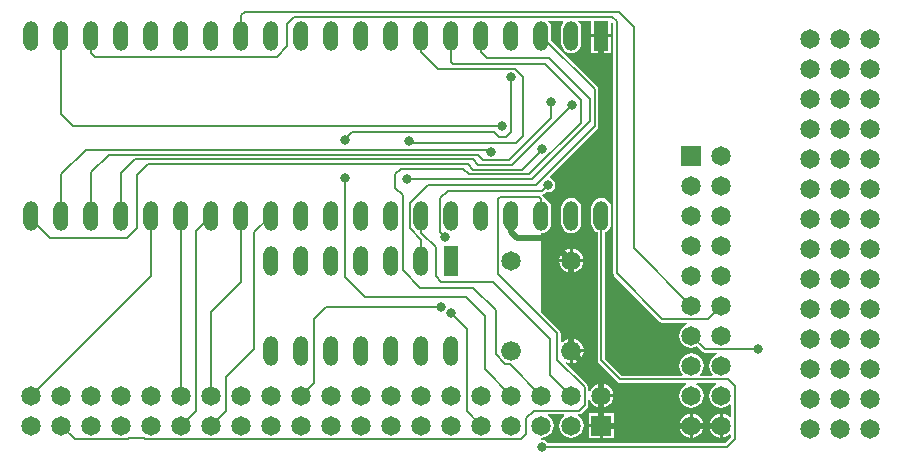
<source format=gbl>
%FSLAX23Y23*%
%MOIN*%
G70*
G01*
G75*
G04 Layer_Physical_Order=2*
G04 Layer_Color=16711680*
%ADD10C,0.008*%
%ADD11C,0.020*%
%ADD12O,0.050X0.100*%
%ADD13R,0.050X0.100*%
%ADD14C,0.065*%
%ADD15R,0.065X0.065*%
%ADD16R,0.065X0.065*%
%ADD17C,0.066*%
%ADD18C,0.032*%
G36*
X3967Y4405D02*
X4033D01*
Y4442D01*
X4036Y4443D01*
X4040Y4441D01*
Y3607D01*
X4040Y3607D01*
X4040D01*
X4041Y3602D01*
X4044Y3598D01*
X4195Y3446D01*
X4195Y3446D01*
X4195D01*
X4195Y3446D01*
X4195D01*
X4195Y3446D01*
Y3446D01*
Y3446D01*
D01*
D01*
X4195D01*
Y3446D01*
X4199Y3444D01*
X4204Y3443D01*
X4285D01*
X4286Y3438D01*
X4280Y3435D01*
X4271Y3429D01*
X4265Y3420D01*
X4261Y3411D01*
X4259Y3400D01*
X4261Y3389D01*
X4265Y3380D01*
X4271Y3371D01*
X4280Y3365D01*
X4289Y3361D01*
X4300Y3359D01*
X4311Y3361D01*
X4319Y3364D01*
X4336Y3346D01*
X4336Y3346D01*
X4336D01*
X4336Y3346D01*
X4336D01*
X4336Y3346D01*
Y3346D01*
Y3346D01*
D01*
D01*
X4336D01*
Y3346D01*
X4340Y3344D01*
X4345Y3343D01*
X4385D01*
X4386Y3338D01*
X4380Y3335D01*
X4371Y3329D01*
X4365Y3320D01*
X4361Y3311D01*
X4359Y3300D01*
X4361Y3289D01*
X4365Y3280D01*
X4371Y3271D01*
X4371Y3271D01*
X4370Y3266D01*
X4330D01*
X4329Y3271D01*
X4329Y3271D01*
X4335Y3280D01*
X4339Y3289D01*
X4341Y3300D01*
X4339Y3311D01*
X4335Y3320D01*
X4329Y3329D01*
X4320Y3335D01*
X4311Y3339D01*
X4300Y3341D01*
X4289Y3339D01*
X4280Y3335D01*
X4271Y3329D01*
X4265Y3320D01*
X4261Y3311D01*
X4259Y3300D01*
X4261Y3289D01*
X4265Y3280D01*
X4271Y3271D01*
X4271Y3271D01*
X4270Y3266D01*
X4068D01*
X4012Y3322D01*
Y3744D01*
X4017Y3746D01*
X4024Y3751D01*
X4029Y3758D01*
X4032Y3766D01*
X4033Y3775D01*
Y3825D01*
X4032Y3834D01*
X4029Y3842D01*
X4024Y3849D01*
X4017Y3854D01*
X4009Y3857D01*
X4000Y3858D01*
X3991Y3857D01*
X3983Y3854D01*
X3976Y3849D01*
X3971Y3842D01*
X3968Y3834D01*
X3967Y3825D01*
Y3775D01*
X3968Y3766D01*
X3971Y3758D01*
X3976Y3751D01*
X3983Y3746D01*
X3988Y3744D01*
Y3317D01*
X3988Y3317D01*
X3988D01*
X3989Y3312D01*
X3991Y3308D01*
X4054Y3245D01*
X4057Y3244D01*
X4058Y3243D01*
X4063Y3242D01*
X4282D01*
X4283Y3237D01*
X4280Y3235D01*
X4271Y3229D01*
X4265Y3220D01*
X4261Y3211D01*
X4259Y3200D01*
X4261Y3189D01*
X4265Y3180D01*
X4271Y3171D01*
X4280Y3165D01*
X4289Y3161D01*
X4300Y3159D01*
X4311Y3161D01*
X4320Y3165D01*
X4329Y3171D01*
X4335Y3180D01*
X4339Y3189D01*
X4341Y3200D01*
X4339Y3211D01*
X4335Y3220D01*
X4329Y3229D01*
X4320Y3235D01*
X4317Y3237D01*
X4318Y3242D01*
X4382D01*
X4383Y3237D01*
X4380Y3235D01*
X4371Y3229D01*
X4365Y3220D01*
X4361Y3211D01*
X4359Y3200D01*
X4361Y3189D01*
X4365Y3180D01*
X4371Y3171D01*
X4380Y3165D01*
X4389Y3161D01*
X4400Y3159D01*
X4411Y3161D01*
X4420Y3165D01*
X4428Y3171D01*
X4433Y3168D01*
Y3132D01*
X4428Y3129D01*
X4420Y3135D01*
X4411Y3139D01*
X4405Y3140D01*
Y3100D01*
Y3060D01*
X4411Y3061D01*
X4420Y3065D01*
X4428Y3071D01*
X4433Y3068D01*
Y3060D01*
X4414Y3041D01*
X3822D01*
X3819Y3045D01*
X3811Y3051D01*
X3802Y3052D01*
X3800Y3054D01*
Y3059D01*
X3811Y3061D01*
X3820Y3065D01*
X3829Y3071D01*
X3835Y3080D01*
X3839Y3089D01*
X3841Y3100D01*
X3839Y3111D01*
X3835Y3120D01*
X3829Y3129D01*
X3820Y3135D01*
X3821Y3138D01*
X3875D01*
X3877Y3133D01*
X3871Y3129D01*
X3865Y3120D01*
X3861Y3111D01*
X3859Y3100D01*
X3861Y3089D01*
X3865Y3080D01*
X3871Y3071D01*
X3880Y3065D01*
X3889Y3061D01*
X3900Y3059D01*
X3911Y3061D01*
X3920Y3065D01*
X3929Y3071D01*
X3935Y3080D01*
X3939Y3089D01*
X3941Y3100D01*
X3939Y3111D01*
X3935Y3120D01*
X3929Y3129D01*
X3920Y3135D01*
X3921Y3138D01*
X3927D01*
X3932Y3139D01*
X3936Y3141D01*
X3954Y3159D01*
X3956Y3163D01*
X3957Y3168D01*
Y3185D01*
X3962Y3186D01*
X3965Y3180D01*
X3971Y3171D01*
X3980Y3165D01*
X3989Y3161D01*
X3995Y3160D01*
Y3200D01*
Y3240D01*
X3989Y3239D01*
X3980Y3235D01*
X3971Y3229D01*
X3965Y3220D01*
X3962Y3214D01*
X3957Y3215D01*
Y3227D01*
X3956Y3232D01*
X3954Y3236D01*
X3881Y3308D01*
X3884Y3312D01*
X3889Y3310D01*
X3895Y3309D01*
Y3350D01*
Y3391D01*
X3889Y3390D01*
X3879Y3386D01*
X3871Y3379D01*
X3870Y3378D01*
X3865Y3380D01*
Y3407D01*
X3864Y3412D01*
X3862Y3416D01*
X3800Y3477D01*
Y3742D01*
X3809Y3743D01*
X3817Y3746D01*
X3824Y3751D01*
X3829Y3758D01*
X3832Y3766D01*
X3833Y3775D01*
Y3825D01*
X3832Y3834D01*
X3829Y3842D01*
X3824Y3849D01*
X3817Y3854D01*
X3812Y3856D01*
X3811Y3859D01*
X3809Y3863D01*
X3803Y3869D01*
X3803Y3870D01*
X3808Y3871D01*
X3812Y3873D01*
X3817Y3879D01*
X3823Y3878D01*
X3832Y3879D01*
X3840Y3885D01*
X3846Y3893D01*
X3847Y3902D01*
X3846Y3911D01*
X3840Y3919D01*
X3832Y3925D01*
X3830Y3925D01*
X3828Y3930D01*
X3987Y4088D01*
X3989Y4092D01*
X3990Y4097D01*
Y4222D01*
X3989Y4227D01*
X3987Y4231D01*
X3833Y4384D01*
Y4425D01*
X3832Y4434D01*
X3829Y4442D01*
X3824Y4449D01*
X3824Y4450D01*
X3872D01*
X3874Y4445D01*
X3871Y4442D01*
X3868Y4434D01*
X3867Y4425D01*
Y4375D01*
X3868Y4366D01*
X3871Y4358D01*
X3876Y4351D01*
X3883Y4346D01*
X3891Y4343D01*
X3900Y4342D01*
X3909Y4343D01*
X3917Y4346D01*
X3924Y4351D01*
X3929Y4358D01*
X3932Y4366D01*
X3933Y4375D01*
Y4425D01*
X3932Y4434D01*
X3929Y4442D01*
X3924Y4449D01*
X3924Y4450D01*
X3967D01*
Y4405D01*
D02*
G37*
%LPC*%
G36*
X4041Y3141D02*
X4005D01*
Y3105D01*
X4041D01*
Y3141D01*
D02*
G37*
G36*
X3995D02*
X3960D01*
Y3105D01*
X3995D01*
Y3141D01*
D02*
G37*
G36*
X4295Y3140D02*
X4289Y3139D01*
X4280Y3135D01*
X4271Y3129D01*
X4265Y3120D01*
X4261Y3111D01*
X4260Y3105D01*
X4295D01*
Y3140D01*
D02*
G37*
G36*
X4305D02*
Y3105D01*
X4340D01*
X4339Y3111D01*
X4335Y3120D01*
X4329Y3129D01*
X4320Y3135D01*
X4311Y3139D01*
X4305Y3140D01*
D02*
G37*
G36*
X4395D02*
X4389Y3139D01*
X4380Y3135D01*
X4371Y3129D01*
X4365Y3120D01*
X4361Y3111D01*
X4360Y3105D01*
X4395D01*
Y3140D01*
D02*
G37*
G36*
X4041Y3095D02*
X4005D01*
Y3059D01*
X4041D01*
Y3095D01*
D02*
G37*
G36*
X3995D02*
X3960D01*
Y3059D01*
X3995D01*
Y3095D01*
D02*
G37*
G36*
X4295D02*
X4260D01*
X4261Y3089D01*
X4265Y3080D01*
X4271Y3071D01*
X4280Y3065D01*
X4289Y3061D01*
X4295Y3060D01*
Y3095D01*
D02*
G37*
G36*
X4395D02*
X4360D01*
X4361Y3089D01*
X4365Y3080D01*
X4371Y3071D01*
X4380Y3065D01*
X4389Y3061D01*
X4395Y3060D01*
Y3095D01*
D02*
G37*
G36*
X4340D02*
X4305D01*
Y3060D01*
X4311Y3061D01*
X4320Y3065D01*
X4329Y3071D01*
X4335Y3080D01*
X4339Y3089D01*
X4340Y3095D01*
D02*
G37*
G36*
X4040Y3195D02*
X4005D01*
Y3160D01*
X4011Y3161D01*
X4020Y3165D01*
X4029Y3171D01*
X4035Y3180D01*
X4039Y3189D01*
X4040Y3195D01*
D02*
G37*
G36*
X3905Y3690D02*
Y3655D01*
X3940D01*
X3939Y3661D01*
X3935Y3670D01*
X3929Y3679D01*
X3920Y3685D01*
X3911Y3689D01*
X3905Y3690D01*
D02*
G37*
G36*
X3895D02*
X3889Y3689D01*
X3880Y3685D01*
X3871Y3679D01*
X3865Y3670D01*
X3861Y3661D01*
X3860Y3655D01*
X3895D01*
Y3690D01*
D02*
G37*
G36*
X3900Y3858D02*
X3891Y3857D01*
X3883Y3854D01*
X3876Y3849D01*
X3871Y3842D01*
X3868Y3834D01*
X3867Y3825D01*
Y3775D01*
X3868Y3766D01*
X3871Y3758D01*
X3876Y3751D01*
X3883Y3746D01*
X3891Y3743D01*
X3900Y3742D01*
X3909Y3743D01*
X3917Y3746D01*
X3924Y3751D01*
X3929Y3758D01*
X3932Y3766D01*
X3933Y3775D01*
Y3825D01*
X3932Y3834D01*
X3929Y3842D01*
X3924Y3849D01*
X3917Y3854D01*
X3909Y3857D01*
X3900Y3858D01*
D02*
G37*
G36*
X4033Y4395D02*
X4005D01*
Y4342D01*
X4033D01*
Y4395D01*
D02*
G37*
G36*
X3995D02*
X3967D01*
Y4342D01*
X3995D01*
Y4395D01*
D02*
G37*
G36*
X3941Y3345D02*
X3905D01*
Y3309D01*
X3911Y3310D01*
X3921Y3314D01*
X3929Y3321D01*
X3936Y3329D01*
X3940Y3339D01*
X3941Y3345D01*
D02*
G37*
G36*
X4005Y3240D02*
Y3205D01*
X4040D01*
X4039Y3211D01*
X4035Y3220D01*
X4029Y3229D01*
X4020Y3235D01*
X4011Y3239D01*
X4005Y3240D01*
D02*
G37*
G36*
X3905Y3391D02*
Y3355D01*
X3941D01*
X3940Y3361D01*
X3936Y3371D01*
X3929Y3379D01*
X3921Y3386D01*
X3911Y3390D01*
X3905Y3391D01*
D02*
G37*
G36*
X3940Y3645D02*
X3905D01*
Y3610D01*
X3911Y3611D01*
X3920Y3615D01*
X3929Y3621D01*
X3935Y3630D01*
X3939Y3639D01*
X3940Y3645D01*
D02*
G37*
G36*
X3895D02*
X3860D01*
X3861Y3639D01*
X3865Y3630D01*
X3871Y3621D01*
X3880Y3615D01*
X3889Y3611D01*
X3895Y3610D01*
Y3645D01*
D02*
G37*
%LPD*%
D10*
X3552Y3148D02*
X3600Y3100D01*
X3802Y3029D02*
X4419D01*
X2100Y3200D02*
X2500Y3600D01*
Y3800D01*
X2600Y3100D02*
X2650Y3150D01*
Y3750D01*
X2700Y3800D01*
Y3100D02*
X2750Y3150D01*
Y3261D01*
X2844Y3355D01*
Y3744D01*
X2900Y3800D01*
X3145Y3595D02*
Y3926D01*
Y3595D02*
X3212Y3528D01*
X3143Y4053D02*
X3169Y4079D01*
X3612Y3288D02*
X3700Y3200D01*
X3212Y3528D02*
X3549D01*
X3612Y3465D01*
Y3288D02*
Y3465D01*
X3680Y3305D02*
X3695D01*
X3648Y3337D02*
X3680Y3305D01*
X2700Y3200D02*
Y3477D01*
X2800Y3577D01*
Y3800D01*
X2600Y3200D02*
Y3800D01*
X2453Y3759D02*
Y3934D01*
X2419Y3725D02*
X2453Y3759D01*
Y3935D02*
X2489Y3971D01*
X2100Y3789D02*
X2164Y3725D01*
X3642Y4079D02*
X3660Y4061D01*
X3169Y4079D02*
X3642D01*
X3660Y4061D02*
X3681D01*
X2281Y4019D02*
X3628D01*
X3811Y4305D02*
X3931Y4185D01*
X3694Y3985D02*
X3834Y4125D01*
X3704Y3969D02*
X3902Y4167D01*
X3769Y3921D02*
X3962Y4114D01*
X3805Y4023D02*
X3816D01*
X3758Y3937D02*
X3931Y4110D01*
X3800Y4400D02*
X3978Y4222D01*
Y4097D02*
Y4222D01*
X3784Y3903D02*
X3978Y4097D01*
X3424Y3903D02*
X3784D01*
X3363Y3842D02*
X3424Y3903D01*
X3363Y3757D02*
Y3842D01*
Y3757D02*
X3400Y3720D01*
Y3650D02*
Y3720D01*
X2200Y3800D02*
Y3938D01*
X2281Y4019D01*
X3628D02*
X3634Y4013D01*
X2300Y3800D02*
Y3944D01*
X2359Y4003D01*
X3588D01*
X3606Y3985D01*
X3694D01*
X3834Y4125D02*
Y4178D01*
X3400Y3743D02*
Y3800D01*
Y3743D02*
X3449Y3694D01*
Y3598D02*
Y3694D01*
Y3598D02*
X3467Y3580D01*
X3639D01*
X3830Y3389D01*
Y3270D02*
Y3389D01*
Y3270D02*
X3900Y3200D01*
X3803Y3882D02*
X3823Y3902D01*
X3488Y3882D02*
X3803D01*
X3463Y3857D02*
X3488Y3882D01*
X3463Y3744D02*
Y3857D01*
Y3744D02*
X3479Y3728D01*
X3081Y3494D02*
X3465D01*
X3043Y3456D02*
X3081Y3494D01*
X3043Y3243D02*
Y3456D01*
X3000Y3200D02*
X3043Y3243D01*
X2200Y3100D02*
X2245Y3055D01*
X2421D01*
X2423Y3057D01*
X2477D01*
X2479Y3055D01*
X3733D01*
X3750Y3072D01*
Y3124D01*
X3776Y3150D01*
X3927D01*
X3945Y3168D01*
Y3227D01*
X3853Y3319D02*
X3945Y3227D01*
X3853Y3319D02*
Y3407D01*
X3655Y3605D02*
X3853Y3407D01*
X3655Y3605D02*
Y3854D01*
X3663Y3862D01*
X3792D01*
X3800Y3854D01*
Y3800D02*
Y3854D01*
X3400Y4345D02*
Y4400D01*
Y4345D02*
X3456Y4289D01*
X3712D01*
X3740Y4261D01*
Y4064D02*
Y4261D01*
X3717Y4041D02*
X3740Y4064D01*
X3364Y4041D02*
X3717D01*
X3358Y4047D02*
X3364Y4041D01*
X3695Y3305D02*
X3800Y3200D01*
X3648Y3337D02*
Y3485D01*
X3574Y3559D02*
X3648Y3485D01*
X3396Y3559D02*
X3574D01*
X3338Y3617D02*
X3396Y3559D01*
X3338Y3617D02*
Y3867D01*
X3314Y3891D02*
X3338Y3867D01*
X3314Y3891D02*
Y3937D01*
X3332Y3955D01*
X3540D01*
X3558Y3937D01*
X3758D01*
X3931Y4110D02*
Y4185D01*
X3506Y4305D02*
X3811D01*
X3500Y4311D02*
X3506Y4305D01*
X3500Y4311D02*
Y4400D01*
X3353Y3921D02*
X3769D01*
X3962Y4114D02*
Y4188D01*
X3825Y4325D02*
X3962Y4188D01*
X3620Y4325D02*
X3825D01*
X3600Y4345D02*
X3620Y4325D01*
X3600Y4345D02*
Y4400D01*
X2100Y3789D02*
Y3800D01*
X2164Y3725D02*
X2419D01*
X2489Y3971D02*
X3556D01*
X3574Y3953D01*
X3735D01*
X3805Y4023D01*
X4355Y3455D02*
X4400Y3500D01*
X4204Y3455D02*
X4355D01*
X4052Y3607D02*
X4204Y3455D01*
X4052Y3607D02*
Y4447D01*
X4037Y4462D02*
X4052Y4447D01*
X2976Y4462D02*
X4037D01*
X2954Y4440D02*
X2976Y4462D01*
X2954Y4364D02*
Y4440D01*
X2920Y4330D02*
X2954Y4364D01*
X2312Y4330D02*
X2920D01*
X2300Y4342D02*
X2312Y4330D01*
X2300Y4342D02*
Y4400D01*
X2200Y4140D02*
Y4400D01*
Y4140D02*
X2240Y4100D01*
X3669D01*
X3681Y4061D02*
X3700Y4080D01*
Y4261D01*
X3590Y3969D02*
X3704D01*
X3572Y3987D02*
X3590Y3969D01*
X2445Y3987D02*
X3572D01*
X2400Y3942D02*
X2445Y3987D01*
X2400Y3800D02*
Y3942D01*
X4109Y3691D02*
X4300Y3500D01*
X4109Y3691D02*
Y4429D01*
X4060Y4478D02*
X4109Y4429D01*
X2811Y4478D02*
X4060D01*
X2800Y4467D02*
X2811Y4478D01*
X2800Y4400D02*
Y4467D01*
X3500Y3474D02*
X3552Y3422D01*
Y3148D02*
Y3422D01*
X4000Y3317D02*
Y3800D01*
Y3317D02*
X4063Y3254D01*
X4423D01*
X4445Y3232D01*
Y3055D02*
Y3232D01*
X4419Y3029D02*
X4445Y3055D01*
X4345Y3355D02*
X4522D01*
X4300Y3400D02*
X4345Y3355D01*
D11*
X3857Y3693D02*
Y3921D01*
X3825Y3725D02*
X3857Y3693D01*
X3900Y3650D01*
X4000Y4064D02*
Y4400D01*
X3857Y3921D02*
X4000Y4064D01*
X3857Y3693D02*
X3900Y3650D01*
Y3350D02*
Y3650D01*
X3700Y3744D02*
Y3800D01*
Y3744D02*
X3719Y3725D01*
X3825D01*
X4300Y3100D02*
X4400D01*
X4000D02*
X4300D01*
X4000D02*
Y3200D01*
Y3250D01*
X3900Y3350D02*
X4000Y3250D01*
D12*
X3700Y3800D02*
D03*
X3800D02*
D03*
X3900Y4400D02*
D03*
X3800D02*
D03*
X3700D02*
D03*
X3600D02*
D03*
X3500D02*
D03*
X3400D02*
D03*
X2100D02*
D03*
X4000Y3800D02*
D03*
X3900D02*
D03*
X3600D02*
D03*
X3500D02*
D03*
X3400D02*
D03*
X3300D02*
D03*
X3200D02*
D03*
X3100D02*
D03*
X3000D02*
D03*
X2900D02*
D03*
X2800D02*
D03*
X2700D02*
D03*
X2600D02*
D03*
X2500D02*
D03*
X3300Y4400D02*
D03*
X3200D02*
D03*
X3100D02*
D03*
X3000D02*
D03*
X2900D02*
D03*
X2800D02*
D03*
X2700D02*
D03*
X2600D02*
D03*
X2400Y3800D02*
D03*
X2300D02*
D03*
X2200D02*
D03*
X2100D02*
D03*
X2200Y4400D02*
D03*
X2300D02*
D03*
X2400D02*
D03*
X2500D02*
D03*
X3400Y3650D02*
D03*
X3300D02*
D03*
X3200D02*
D03*
X3100D02*
D03*
X3000D02*
D03*
X2900D02*
D03*
X3500Y3350D02*
D03*
X3400D02*
D03*
X3300D02*
D03*
X3200D02*
D03*
X3100D02*
D03*
X3000D02*
D03*
X2900D02*
D03*
D13*
X4000Y4400D02*
D03*
X3500Y3650D02*
D03*
D14*
X2100Y3100D02*
D03*
X2200D02*
D03*
X2300D02*
D03*
X2400D02*
D03*
X2500D02*
D03*
X2600D02*
D03*
X2700D02*
D03*
X2800D02*
D03*
X2900D02*
D03*
X3000D02*
D03*
X3100D02*
D03*
X3200D02*
D03*
X3300D02*
D03*
X3400D02*
D03*
X3500D02*
D03*
X3600D02*
D03*
X3700D02*
D03*
X3800D02*
D03*
X3900D02*
D03*
X2100Y3200D02*
D03*
X2200D02*
D03*
X2300D02*
D03*
X2400D02*
D03*
X2500D02*
D03*
X2600D02*
D03*
X2700D02*
D03*
X2800D02*
D03*
X2900D02*
D03*
X3000D02*
D03*
X3100D02*
D03*
X3200D02*
D03*
X3300D02*
D03*
X3400D02*
D03*
X3500D02*
D03*
X3600D02*
D03*
X3700D02*
D03*
X3800D02*
D03*
X3900D02*
D03*
X4000D02*
D03*
X4300Y3900D02*
D03*
Y3800D02*
D03*
Y3700D02*
D03*
Y3600D02*
D03*
Y3500D02*
D03*
Y3400D02*
D03*
Y3300D02*
D03*
Y3100D02*
D03*
X4400Y4000D02*
D03*
Y3900D02*
D03*
Y3800D02*
D03*
Y3700D02*
D03*
Y3600D02*
D03*
Y3500D02*
D03*
Y3400D02*
D03*
Y3300D02*
D03*
Y3200D02*
D03*
Y3100D02*
D03*
X3700Y3650D02*
D03*
X3900D02*
D03*
X4695Y3090D02*
D03*
X4795D02*
D03*
X4895D02*
D03*
X4695Y3190D02*
D03*
X4795D02*
D03*
X4895D02*
D03*
X4695Y3290D02*
D03*
X4795D02*
D03*
X4895D02*
D03*
X4695Y3390D02*
D03*
X4795D02*
D03*
X4895D02*
D03*
X4695Y3490D02*
D03*
X4795D02*
D03*
X4895D02*
D03*
X4695Y3590D02*
D03*
X4795D02*
D03*
X4895D02*
D03*
X4695Y3690D02*
D03*
X4795D02*
D03*
X4895D02*
D03*
X4695Y3790D02*
D03*
X4795D02*
D03*
X4895D02*
D03*
X4695Y3890D02*
D03*
X4795D02*
D03*
X4895D02*
D03*
X4695Y3990D02*
D03*
Y4090D02*
D03*
Y4190D02*
D03*
Y4290D02*
D03*
Y4390D02*
D03*
X4795D02*
D03*
Y4290D02*
D03*
Y4190D02*
D03*
Y4090D02*
D03*
Y3990D02*
D03*
X4895D02*
D03*
Y4090D02*
D03*
Y4190D02*
D03*
Y4290D02*
D03*
Y4390D02*
D03*
X4300Y3200D02*
D03*
D15*
X4000Y3100D02*
D03*
D16*
X4300Y4000D02*
D03*
D17*
X3900Y3350D02*
D03*
X3700D02*
D03*
D18*
X3145Y3926D02*
D03*
Y4051D02*
D03*
X3634Y4013D02*
D03*
X3834Y4178D02*
D03*
X3823Y3902D02*
D03*
X3479Y3728D02*
D03*
X3465Y3494D02*
D03*
X3358Y4047D02*
D03*
X3353Y3921D02*
D03*
X3804Y4023D02*
D03*
X3669Y4100D02*
D03*
X3700Y4261D02*
D03*
X3902Y4167D02*
D03*
X3500Y3474D02*
D03*
X3802Y3028D02*
D03*
X4522Y3355D02*
D03*
M02*

</source>
